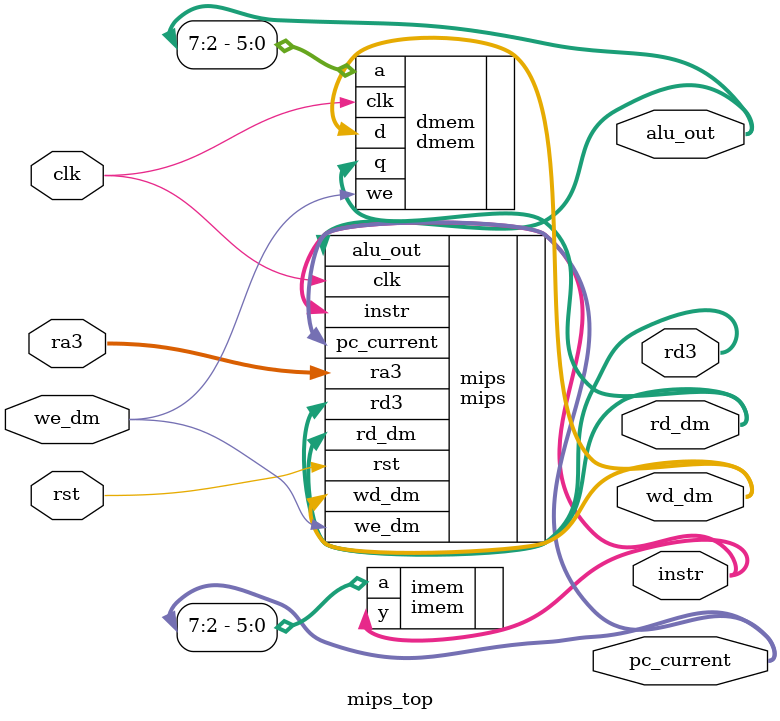
<source format=v>
module mips_top (
        input wire        	clk,
        input wire        	rst,
        input wire [4:0]  	ra3,
        input wire        	we_dm,
        output wire [31:0] 	pc_current,
        output wire [31:0] 	instr,
        output wire [31:0] 	alu_out,
        output wire [31:0] 	wd_dm,
        output wire [31:0] 	rd_dm,
        output wire [31:0] 	rd3
    );

    wire [31:0] DONT_USE;

    mips mips (
            .clk            (clk),
            .rst            (rst),
            .ra3            (ra3),
            .instr          (instr),
            .rd_dm          (rd_dm),
            .pc_current     (pc_current),
            .alu_out        (alu_out),
            .wd_dm          (wd_dm),
            .rd3            (rd3),
            .we_dm			(we_dm)
        );

    imem imem (
            .a              (pc_current[7:2]),
            .y              (instr)
        );

    dmem dmem (
            .clk            (clk),
            .we             (we_dm),
            .a              (alu_out[7:2]),
            .d              (wd_dm),
            .q              (rd_dm)
        );

endmodule
</source>
